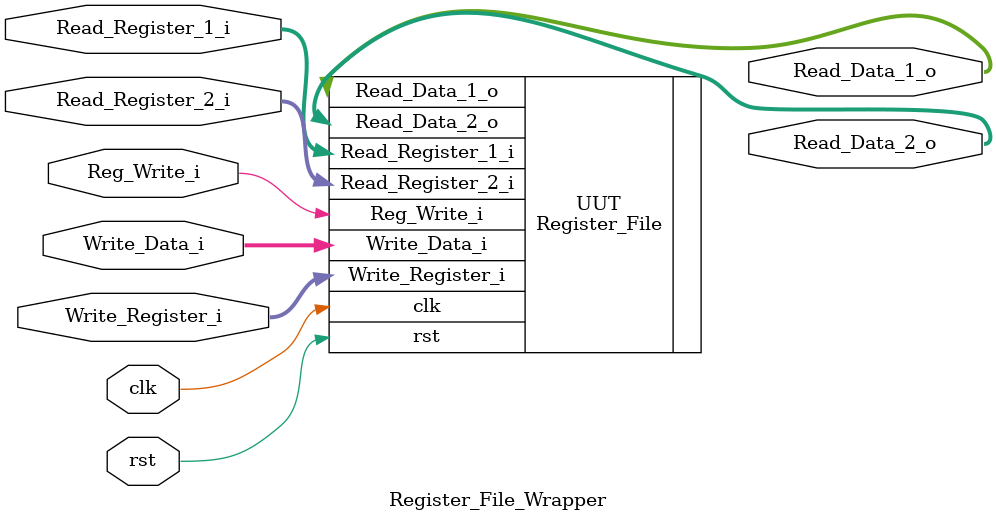
<source format=sv>
module Register_File_Wrapper
#(
	parameter WIDTH = 32,
	parameter SELECTOR = 5
)
(
	input 						clk, 
	input 						rst, 
	input 						Reg_Write_i,
	input 	[SELECTOR-1:0]	Read_Register_1_i,
	input 	[SELECTOR-1:0]	Read_Register_2_i,
	input 	[SELECTOR-1:0]	Write_Register_i,
	input 	[WIDTH-1:0]		Write_Data_i,
	output 	[WIDTH-1:0]		Read_Data_1_o,
	output 	[WIDTH-1:0]		Read_Data_2_o
);

Register_File UUT(
	.clk(clk), 
	.rst(rst), 
	.Reg_Write_i(Reg_Write_i), 
	.Read_Register_1_i(Read_Register_1_i), 
	.Read_Register_2_i(Read_Register_2_i),
	.Write_Register_i(Write_Register_i), 
	.Write_Data_i(Write_Data_i), 
	.Read_Data_1_o(Read_Data_1_o), 
	.Read_Data_2_o(Read_Data_2_o) 
);

endmodule

</source>
